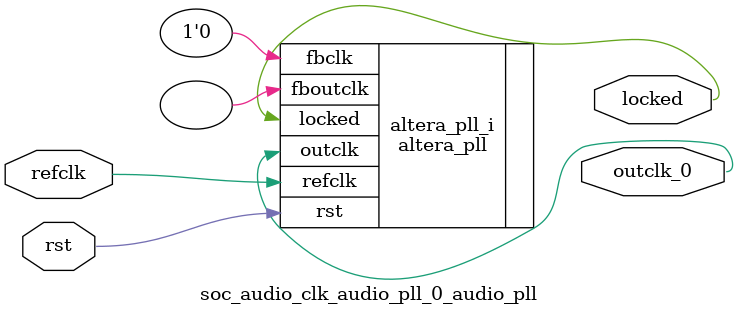
<source format=v>
`timescale 1ns/10ps
module  soc_audio_clk_audio_pll_0_audio_pll(

	// interface 'refclk'
	input wire refclk,

	// interface 'reset'
	input wire rst,

	// interface 'outclk0'
	output wire outclk_0,

	// interface 'locked'
	output wire locked
);

	altera_pll #(
		.fractional_vco_multiplier("false"),
		.reference_clock_frequency("50.0 MHz"),
		.operation_mode("direct"),
		.number_of_clocks(1),
		.output_clock_frequency0("12.288135 MHz"),
		.phase_shift0("0 ps"),
		.duty_cycle0(50),
		.output_clock_frequency1("0 MHz"),
		.phase_shift1("0 ps"),
		.duty_cycle1(50),
		.output_clock_frequency2("0 MHz"),
		.phase_shift2("0 ps"),
		.duty_cycle2(50),
		.output_clock_frequency3("0 MHz"),
		.phase_shift3("0 ps"),
		.duty_cycle3(50),
		.output_clock_frequency4("0 MHz"),
		.phase_shift4("0 ps"),
		.duty_cycle4(50),
		.output_clock_frequency5("0 MHz"),
		.phase_shift5("0 ps"),
		.duty_cycle5(50),
		.output_clock_frequency6("0 MHz"),
		.phase_shift6("0 ps"),
		.duty_cycle6(50),
		.output_clock_frequency7("0 MHz"),
		.phase_shift7("0 ps"),
		.duty_cycle7(50),
		.output_clock_frequency8("0 MHz"),
		.phase_shift8("0 ps"),
		.duty_cycle8(50),
		.output_clock_frequency9("0 MHz"),
		.phase_shift9("0 ps"),
		.duty_cycle9(50),
		.output_clock_frequency10("0 MHz"),
		.phase_shift10("0 ps"),
		.duty_cycle10(50),
		.output_clock_frequency11("0 MHz"),
		.phase_shift11("0 ps"),
		.duty_cycle11(50),
		.output_clock_frequency12("0 MHz"),
		.phase_shift12("0 ps"),
		.duty_cycle12(50),
		.output_clock_frequency13("0 MHz"),
		.phase_shift13("0 ps"),
		.duty_cycle13(50),
		.output_clock_frequency14("0 MHz"),
		.phase_shift14("0 ps"),
		.duty_cycle14(50),
		.output_clock_frequency15("0 MHz"),
		.phase_shift15("0 ps"),
		.duty_cycle15(50),
		.output_clock_frequency16("0 MHz"),
		.phase_shift16("0 ps"),
		.duty_cycle16(50),
		.output_clock_frequency17("0 MHz"),
		.phase_shift17("0 ps"),
		.duty_cycle17(50),
		.pll_type("General"),
		.pll_subtype("General")
	) altera_pll_i (
		.rst	(rst),
		.outclk	({outclk_0}),
		.locked	(locked),
		.fboutclk	( ),
		.fbclk	(1'b0),
		.refclk	(refclk)
	);
endmodule


</source>
